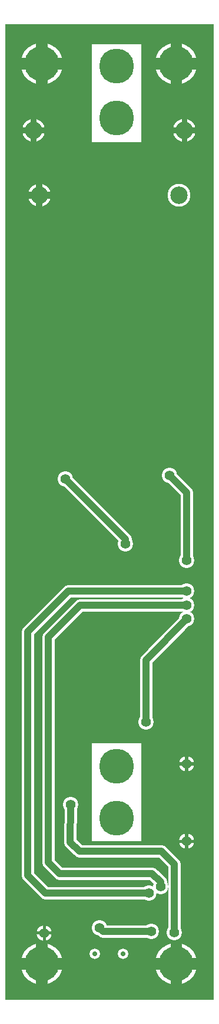
<source format=gbr>
%FSLAX34Y34*%
%MOMM*%
%LNCOPPER_TOP*%
G71*
G01*
%ADD10C, 2.20*%
%ADD11C, 1.80*%
%ADD12C, 1.50*%
%ADD13C, 6.00*%
%ADD14C, 0.10*%
%ADD15C, 6.00*%
%ADD16C, 3.30*%
%ADD17C, 0.47*%
%ADD18C, 0.46*%
%ADD19C, 1.67*%
%ADD20C, 1.00*%
%ADD21C, 0.80*%
%ADD22C, 1.40*%
%ADD23C, 0.70*%
%ADD24C, 5.00*%
%ADD25C, 5.00*%
%ADD26C, 2.50*%
%LPD*%
G36*
X0Y1000000D02*
X-300000Y1000000D01*
X-300000Y-400000D01*
X0Y-400000D01*
X0Y1000000D01*
G37*
%LPC*%
X-63912Y352756D02*
G54D10*
D03*
X-213575Y346981D02*
G54D10*
D03*
X-39298Y230188D02*
G54D10*
D03*
X-127412Y254330D02*
G54D10*
D03*
X-39298Y186264D02*
G54D10*
D03*
X-39298Y166264D02*
G54D10*
D03*
X-39298Y146264D02*
G54D10*
D03*
X-97931Y-1360D02*
G54D10*
D03*
X-39218Y-61660D02*
G54D10*
D03*
G54D11*
X-39298Y230188D02*
X-39298Y328140D01*
X-63912Y352756D01*
G54D11*
X-97931Y-1360D02*
X-97931Y87631D01*
X-39298Y146264D01*
X-39300Y-172870D02*
G54D10*
D03*
X-76788Y-237418D02*
G54D10*
D03*
X-93600Y-246938D02*
G54D10*
D03*
X-130810Y-333860D02*
G54D12*
D03*
X-170810Y-333860D02*
G54D12*
D03*
X-89631Y-301707D02*
G54D10*
D03*
X-164161Y-296862D02*
G54D10*
D03*
G54D11*
X-89631Y-301707D02*
X-159316Y-301707D01*
X-164161Y-296862D01*
G54D11*
X-39298Y186264D02*
X-208962Y186241D01*
X-267412Y127712D01*
X-267412Y-221538D01*
X-242012Y-246938D01*
X-96774Y-246938D01*
X-243800Y-304260D02*
G54D10*
D03*
X-206297Y-120114D02*
G54D10*
D03*
X-56990Y-303846D02*
G54D10*
D03*
G54D11*
X-206297Y-120114D02*
X-206342Y-173864D01*
X-192881Y-187325D01*
X-75406Y-187325D01*
X-56853Y-205877D01*
X-56990Y-303846D01*
G54D11*
X-39298Y166264D02*
X-192510Y166264D01*
X-238125Y120650D01*
X-238125Y-203200D01*
X-222250Y-219075D01*
X-88900Y-219075D01*
X-76788Y-231188D01*
X-76788Y-237418D01*
X-53975Y-348672D02*
G54D13*
D03*
X-247650Y-348672D02*
G54D13*
D03*
X-53975Y943553D02*
G54D13*
D03*
X-247650Y943553D02*
G54D13*
D03*
G36*
X-175014Y971550D02*
X-175014Y831850D01*
X-105164Y831850D01*
X-105164Y971550D01*
X-175014Y971550D01*
G37*
G54D14*
X-175014Y971550D02*
X-175014Y831850D01*
X-105164Y831850D01*
X-105164Y971550D01*
X-175014Y971550D01*
G36*
X-175014Y-31750D02*
X-175014Y-171450D01*
X-105164Y-171450D01*
X-105164Y-31750D01*
X-175014Y-31750D01*
G37*
G54D14*
X-175014Y-31750D02*
X-175014Y-171450D01*
X-105164Y-171450D01*
X-105164Y-31750D01*
X-175014Y-31750D01*
X-140036Y940317D02*
G54D15*
D03*
X-140141Y-139682D02*
G54D15*
D03*
X-140035Y865313D02*
G54D15*
D03*
X-140142Y-64678D02*
G54D15*
D03*
G54D11*
X-127412Y254330D02*
X-127412Y260818D01*
X-213575Y346981D01*
X-251160Y754760D02*
G54D16*
D03*
X-50460Y754760D02*
G54D16*
D03*
X-42210Y847730D02*
G54D16*
D03*
X-259380Y847730D02*
G54D16*
D03*
%LPD*%
G54D17*
G36*
X-39218Y-59327D02*
X-50718Y-59327D01*
X-50718Y-63994D01*
X-39218Y-63994D01*
X-39218Y-59327D01*
G37*
G36*
X-41552Y-61660D02*
X-41552Y-73160D01*
X-36885Y-73160D01*
X-36885Y-61660D01*
X-41552Y-61660D01*
G37*
G36*
X-39218Y-63994D02*
X-27718Y-63994D01*
X-27718Y-59327D01*
X-39218Y-59327D01*
X-39218Y-63994D01*
G37*
G36*
X-36885Y-61660D02*
X-36885Y-50160D01*
X-41552Y-50160D01*
X-41552Y-61660D01*
X-36885Y-61660D01*
G37*
G54D17*
G36*
X-39300Y-170537D02*
X-50800Y-170537D01*
X-50800Y-175203D01*
X-39300Y-175203D01*
X-39300Y-170537D01*
G37*
G36*
X-41633Y-172870D02*
X-41633Y-184370D01*
X-36967Y-184370D01*
X-36967Y-172870D01*
X-41633Y-172870D01*
G37*
G36*
X-39300Y-175203D02*
X-27800Y-175203D01*
X-27800Y-170537D01*
X-39300Y-170537D01*
X-39300Y-175203D01*
G37*
G36*
X-36967Y-172870D02*
X-36967Y-161370D01*
X-41633Y-161370D01*
X-41633Y-172870D01*
X-36967Y-172870D01*
G37*
G54D18*
G36*
X-243800Y-301950D02*
X-255300Y-301950D01*
X-255300Y-306570D01*
X-243800Y-306570D01*
X-243800Y-301950D01*
G37*
G36*
X-246110Y-304260D02*
X-246110Y-315760D01*
X-241490Y-315760D01*
X-241490Y-304260D01*
X-246110Y-304260D01*
G37*
G36*
X-243800Y-306570D02*
X-232300Y-306570D01*
X-232300Y-301950D01*
X-243800Y-301950D01*
X-243800Y-306570D01*
G37*
G36*
X-241490Y-304260D02*
X-241490Y-292760D01*
X-246110Y-292760D01*
X-246110Y-304260D01*
X-241490Y-304260D01*
G37*
G54D19*
G36*
X-45642Y-348672D02*
X-45642Y-318172D01*
X-62308Y-318172D01*
X-62308Y-348672D01*
X-45642Y-348672D01*
G37*
G36*
X-53975Y-340339D02*
X-84475Y-340339D01*
X-84475Y-357005D01*
X-53975Y-357005D01*
X-53975Y-340339D01*
G37*
G36*
X-62308Y-348672D02*
X-62308Y-379172D01*
X-45642Y-379172D01*
X-45642Y-348672D01*
X-62308Y-348672D01*
G37*
G36*
X-53975Y-357005D02*
X-23475Y-357005D01*
X-23475Y-340339D01*
X-53975Y-340339D01*
X-53975Y-357005D01*
G37*
G54D19*
G36*
X-239317Y-348672D02*
X-239317Y-318172D01*
X-255983Y-318172D01*
X-255983Y-348672D01*
X-239317Y-348672D01*
G37*
G36*
X-247650Y-340339D02*
X-278150Y-340339D01*
X-278150Y-357005D01*
X-247650Y-357005D01*
X-247650Y-340339D01*
G37*
G36*
X-255983Y-348672D02*
X-255983Y-379172D01*
X-239317Y-379172D01*
X-239317Y-348672D01*
X-255983Y-348672D01*
G37*
G36*
X-247650Y-357005D02*
X-217150Y-357005D01*
X-217150Y-340339D01*
X-247650Y-340339D01*
X-247650Y-357005D01*
G37*
G54D19*
G36*
X-45642Y943553D02*
X-45642Y974053D01*
X-62308Y974053D01*
X-62308Y943553D01*
X-45642Y943553D01*
G37*
G36*
X-53975Y951886D02*
X-84475Y951886D01*
X-84475Y935220D01*
X-53975Y935220D01*
X-53975Y951886D01*
G37*
G36*
X-62308Y943553D02*
X-62308Y913053D01*
X-45642Y913053D01*
X-45642Y943553D01*
X-62308Y943553D01*
G37*
G36*
X-53975Y935220D02*
X-23475Y935220D01*
X-23475Y951886D01*
X-53975Y951886D01*
X-53975Y935220D01*
G37*
G54D19*
G36*
X-239317Y943553D02*
X-239317Y974053D01*
X-255983Y974053D01*
X-255983Y943553D01*
X-239317Y943553D01*
G37*
G36*
X-247650Y951886D02*
X-278150Y951886D01*
X-278150Y935220D01*
X-247650Y935220D01*
X-247650Y951886D01*
G37*
G36*
X-255983Y943553D02*
X-255983Y913053D01*
X-239317Y913053D01*
X-239317Y943553D01*
X-255983Y943553D01*
G37*
G36*
X-247650Y935220D02*
X-217150Y935220D01*
X-217150Y951886D01*
X-247650Y951886D01*
X-247650Y935220D01*
G37*
G54D20*
G36*
X-246160Y754760D02*
X-246160Y771760D01*
X-256160Y771760D01*
X-256160Y754760D01*
X-246160Y754760D01*
G37*
G36*
X-251160Y759760D02*
X-268160Y759760D01*
X-268160Y749760D01*
X-251160Y749760D01*
X-251160Y759760D01*
G37*
G36*
X-256160Y754760D02*
X-256160Y737760D01*
X-246160Y737760D01*
X-246160Y754760D01*
X-256160Y754760D01*
G37*
G36*
X-251160Y749760D02*
X-234160Y749760D01*
X-234160Y759760D01*
X-251160Y759760D01*
X-251160Y749760D01*
G37*
G54D21*
G36*
X-38210Y847730D02*
X-38210Y864730D01*
X-46210Y864730D01*
X-46210Y847730D01*
X-38210Y847730D01*
G37*
G36*
X-42210Y851730D02*
X-59210Y851730D01*
X-59210Y843730D01*
X-42210Y843730D01*
X-42210Y851730D01*
G37*
G36*
X-46210Y847730D02*
X-46210Y830730D01*
X-38210Y830730D01*
X-38210Y847730D01*
X-46210Y847730D01*
G37*
G36*
X-42210Y843730D02*
X-25210Y843730D01*
X-25210Y851730D01*
X-42210Y851730D01*
X-42210Y843730D01*
G37*
G54D21*
G36*
X-255380Y847730D02*
X-255380Y864730D01*
X-263380Y864730D01*
X-263380Y847730D01*
X-255380Y847730D01*
G37*
G36*
X-259380Y851730D02*
X-276380Y851730D01*
X-276380Y843730D01*
X-259380Y843730D01*
X-259380Y851730D01*
G37*
G36*
X-263380Y847730D02*
X-263380Y830730D01*
X-255380Y830730D01*
X-255380Y847730D01*
X-263380Y847730D01*
G37*
G36*
X-259380Y843730D02*
X-242380Y843730D01*
X-242380Y851730D01*
X-259380Y851730D01*
X-259380Y843730D01*
G37*
X-63912Y352756D02*
G54D22*
D03*
X-213575Y346981D02*
G54D22*
D03*
X-39298Y230188D02*
G54D22*
D03*
X-127412Y254330D02*
G54D22*
D03*
X-39298Y186264D02*
G54D22*
D03*
X-39298Y166264D02*
G54D22*
D03*
X-39298Y146264D02*
G54D22*
D03*
X-97931Y-1360D02*
G54D22*
D03*
X-39218Y-61660D02*
G54D22*
D03*
G54D20*
X-39298Y230188D02*
X-39298Y328140D01*
X-63912Y352756D01*
G54D20*
X-97931Y-1360D02*
X-97931Y87631D01*
X-39298Y146264D01*
X-39300Y-172870D02*
G54D22*
D03*
X-76788Y-237418D02*
G54D22*
D03*
X-93600Y-246938D02*
G54D22*
D03*
X-130810Y-333860D02*
G54D23*
D03*
X-170810Y-333860D02*
G54D23*
D03*
X-89631Y-301707D02*
G54D22*
D03*
X-164161Y-296862D02*
G54D22*
D03*
G54D20*
X-89631Y-301707D02*
X-159316Y-301707D01*
X-164161Y-296862D01*
G54D20*
X-39298Y186264D02*
X-208962Y186241D01*
X-267412Y127712D01*
X-267412Y-221538D01*
X-242012Y-246938D01*
X-96774Y-246938D01*
X-243800Y-304260D02*
G54D22*
D03*
X-206297Y-120114D02*
G54D22*
D03*
X-56990Y-303846D02*
G54D22*
D03*
G54D20*
X-206297Y-120114D02*
X-206342Y-173864D01*
X-192881Y-187325D01*
X-75406Y-187325D01*
X-56853Y-205877D01*
X-56990Y-303846D01*
G54D20*
X-39298Y166264D02*
X-192510Y166264D01*
X-238125Y120650D01*
X-238125Y-203200D01*
X-222250Y-219075D01*
X-88900Y-219075D01*
X-76788Y-231188D01*
X-76788Y-237418D01*
X-53975Y-348672D02*
G54D24*
D03*
X-247650Y-348672D02*
G54D24*
D03*
X-53975Y943553D02*
G54D24*
D03*
X-247650Y943553D02*
G54D24*
D03*
X-140036Y940317D02*
G54D25*
D03*
X-140141Y-139682D02*
G54D25*
D03*
X-140035Y865313D02*
G54D25*
D03*
X-140142Y-64678D02*
G54D25*
D03*
G54D20*
X-127412Y254330D02*
X-127412Y260818D01*
X-213575Y346981D01*
X-251160Y754760D02*
G54D26*
D03*
X-50460Y754760D02*
G54D26*
D03*
X-42210Y847730D02*
G54D26*
D03*
X-259380Y847730D02*
G54D26*
D03*
M02*

</source>
